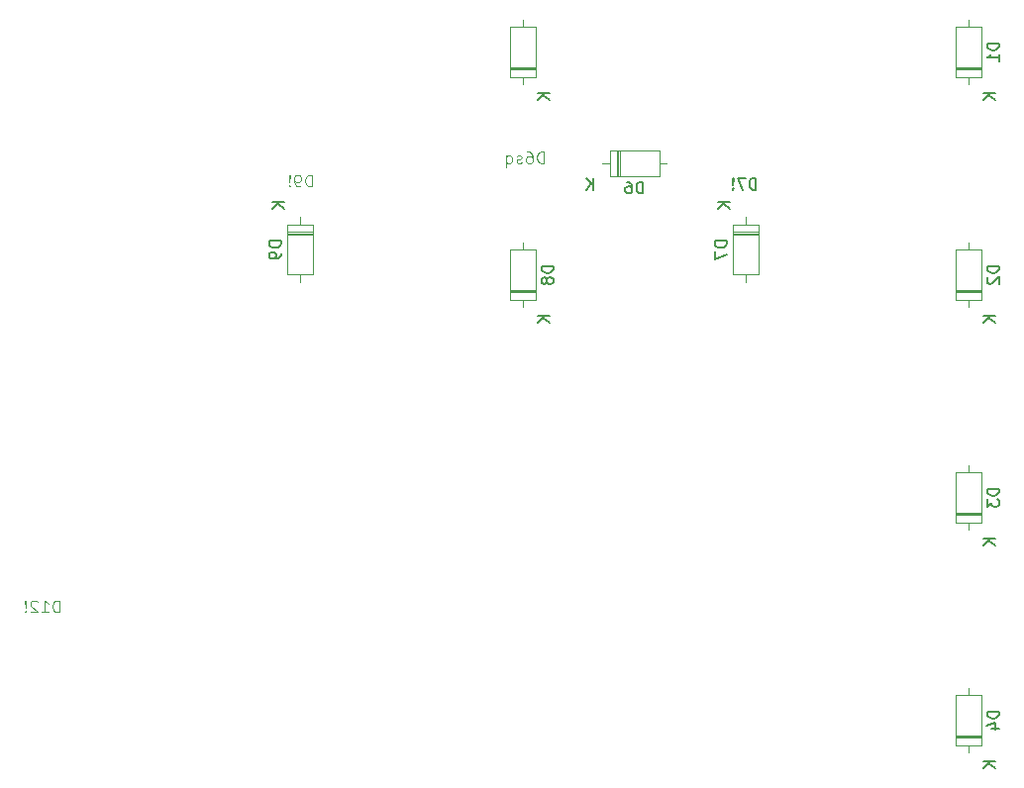
<source format=gbr>
%TF.GenerationSoftware,KiCad,Pcbnew,8.99.0-3401-ge9e4e7a3ff*%
%TF.CreationDate,2025-02-25T13:13:07+01:00*%
%TF.ProjectId,hackpad,6861636b-7061-4642-9e6b-696361645f70,rev?*%
%TF.SameCoordinates,Original*%
%TF.FileFunction,Legend,Bot*%
%TF.FilePolarity,Positive*%
%FSLAX46Y46*%
G04 Gerber Fmt 4.6, Leading zero omitted, Abs format (unit mm)*
G04 Created by KiCad (PCBNEW 8.99.0-3401-ge9e4e7a3ff) date 2025-02-25 13:13:07*
%MOMM*%
%LPD*%
G01*
G04 APERTURE LIST*
%ADD10C,0.100000*%
%ADD11C,0.150000*%
%ADD12C,0.120000*%
G04 APERTURE END LIST*
D10*
X92096115Y-55072419D02*
X92096115Y-54072419D01*
X92096115Y-54072419D02*
X91858020Y-54072419D01*
X91858020Y-54072419D02*
X91715163Y-54120038D01*
X91715163Y-54120038D02*
X91619925Y-54215276D01*
X91619925Y-54215276D02*
X91572306Y-54310514D01*
X91572306Y-54310514D02*
X91524687Y-54500990D01*
X91524687Y-54500990D02*
X91524687Y-54643847D01*
X91524687Y-54643847D02*
X91572306Y-54834323D01*
X91572306Y-54834323D02*
X91619925Y-54929561D01*
X91619925Y-54929561D02*
X91715163Y-55024800D01*
X91715163Y-55024800D02*
X91858020Y-55072419D01*
X91858020Y-55072419D02*
X92096115Y-55072419D01*
X90667544Y-54072419D02*
X90858020Y-54072419D01*
X90858020Y-54072419D02*
X90953258Y-54120038D01*
X90953258Y-54120038D02*
X91000877Y-54167657D01*
X91000877Y-54167657D02*
X91096115Y-54310514D01*
X91096115Y-54310514D02*
X91143734Y-54500990D01*
X91143734Y-54500990D02*
X91143734Y-54881942D01*
X91143734Y-54881942D02*
X91096115Y-54977180D01*
X91096115Y-54977180D02*
X91048496Y-55024800D01*
X91048496Y-55024800D02*
X90953258Y-55072419D01*
X90953258Y-55072419D02*
X90762782Y-55072419D01*
X90762782Y-55072419D02*
X90667544Y-55024800D01*
X90667544Y-55024800D02*
X90619925Y-54977180D01*
X90619925Y-54977180D02*
X90572306Y-54881942D01*
X90572306Y-54881942D02*
X90572306Y-54643847D01*
X90572306Y-54643847D02*
X90619925Y-54548609D01*
X90619925Y-54548609D02*
X90667544Y-54500990D01*
X90667544Y-54500990D02*
X90762782Y-54453371D01*
X90762782Y-54453371D02*
X90953258Y-54453371D01*
X90953258Y-54453371D02*
X91048496Y-54500990D01*
X91048496Y-54500990D02*
X91096115Y-54548609D01*
X91096115Y-54548609D02*
X91143734Y-54643847D01*
X90191353Y-55024800D02*
X90096115Y-55072419D01*
X90096115Y-55072419D02*
X89905639Y-55072419D01*
X89905639Y-55072419D02*
X89810401Y-55024800D01*
X89810401Y-55024800D02*
X89762782Y-54929561D01*
X89762782Y-54929561D02*
X89762782Y-54881942D01*
X89762782Y-54881942D02*
X89810401Y-54786704D01*
X89810401Y-54786704D02*
X89905639Y-54739085D01*
X89905639Y-54739085D02*
X90048496Y-54739085D01*
X90048496Y-54739085D02*
X90143734Y-54691466D01*
X90143734Y-54691466D02*
X90191353Y-54596228D01*
X90191353Y-54596228D02*
X90191353Y-54548609D01*
X90191353Y-54548609D02*
X90143734Y-54453371D01*
X90143734Y-54453371D02*
X90048496Y-54405752D01*
X90048496Y-54405752D02*
X89905639Y-54405752D01*
X89905639Y-54405752D02*
X89810401Y-54453371D01*
X88905639Y-54405752D02*
X88905639Y-55405752D01*
X88905639Y-55024800D02*
X89000877Y-55072419D01*
X89000877Y-55072419D02*
X89191353Y-55072419D01*
X89191353Y-55072419D02*
X89286591Y-55024800D01*
X89286591Y-55024800D02*
X89334210Y-54977180D01*
X89334210Y-54977180D02*
X89381829Y-54881942D01*
X89381829Y-54881942D02*
X89381829Y-54596228D01*
X89381829Y-54596228D02*
X89334210Y-54500990D01*
X89334210Y-54500990D02*
X89286591Y-54453371D01*
X89286591Y-54453371D02*
X89191353Y-54405752D01*
X89191353Y-54405752D02*
X89000877Y-54405752D01*
X89000877Y-54405752D02*
X88905639Y-54453371D01*
X72296115Y-57072419D02*
X72296115Y-56072419D01*
X72296115Y-56072419D02*
X72058020Y-56072419D01*
X72058020Y-56072419D02*
X71915163Y-56120038D01*
X71915163Y-56120038D02*
X71819925Y-56215276D01*
X71819925Y-56215276D02*
X71772306Y-56310514D01*
X71772306Y-56310514D02*
X71724687Y-56500990D01*
X71724687Y-56500990D02*
X71724687Y-56643847D01*
X71724687Y-56643847D02*
X71772306Y-56834323D01*
X71772306Y-56834323D02*
X71819925Y-56929561D01*
X71819925Y-56929561D02*
X71915163Y-57024800D01*
X71915163Y-57024800D02*
X72058020Y-57072419D01*
X72058020Y-57072419D02*
X72296115Y-57072419D01*
X71248496Y-57072419D02*
X71058020Y-57072419D01*
X71058020Y-57072419D02*
X70962782Y-57024800D01*
X70962782Y-57024800D02*
X70915163Y-56977180D01*
X70915163Y-56977180D02*
X70819925Y-56834323D01*
X70819925Y-56834323D02*
X70772306Y-56643847D01*
X70772306Y-56643847D02*
X70772306Y-56262895D01*
X70772306Y-56262895D02*
X70819925Y-56167657D01*
X70819925Y-56167657D02*
X70867544Y-56120038D01*
X70867544Y-56120038D02*
X70962782Y-56072419D01*
X70962782Y-56072419D02*
X71153258Y-56072419D01*
X71153258Y-56072419D02*
X71248496Y-56120038D01*
X71248496Y-56120038D02*
X71296115Y-56167657D01*
X71296115Y-56167657D02*
X71343734Y-56262895D01*
X71343734Y-56262895D02*
X71343734Y-56500990D01*
X71343734Y-56500990D02*
X71296115Y-56596228D01*
X71296115Y-56596228D02*
X71248496Y-56643847D01*
X71248496Y-56643847D02*
X71153258Y-56691466D01*
X71153258Y-56691466D02*
X70962782Y-56691466D01*
X70962782Y-56691466D02*
X70867544Y-56643847D01*
X70867544Y-56643847D02*
X70819925Y-56596228D01*
X70819925Y-56596228D02*
X70772306Y-56500990D01*
X70343734Y-56977180D02*
X70296115Y-57024800D01*
X70296115Y-57024800D02*
X70343734Y-57072419D01*
X70343734Y-57072419D02*
X70391353Y-57024800D01*
X70391353Y-57024800D02*
X70343734Y-56977180D01*
X70343734Y-56977180D02*
X70343734Y-57072419D01*
X70343734Y-56691466D02*
X70391353Y-56120038D01*
X70391353Y-56120038D02*
X70343734Y-56072419D01*
X70343734Y-56072419D02*
X70296115Y-56120038D01*
X70296115Y-56120038D02*
X70343734Y-56691466D01*
X70343734Y-56691466D02*
X70343734Y-56072419D01*
X50696115Y-93472419D02*
X50696115Y-92472419D01*
X50696115Y-92472419D02*
X50458020Y-92472419D01*
X50458020Y-92472419D02*
X50315163Y-92520038D01*
X50315163Y-92520038D02*
X50219925Y-92615276D01*
X50219925Y-92615276D02*
X50172306Y-92710514D01*
X50172306Y-92710514D02*
X50124687Y-92900990D01*
X50124687Y-92900990D02*
X50124687Y-93043847D01*
X50124687Y-93043847D02*
X50172306Y-93234323D01*
X50172306Y-93234323D02*
X50219925Y-93329561D01*
X50219925Y-93329561D02*
X50315163Y-93424800D01*
X50315163Y-93424800D02*
X50458020Y-93472419D01*
X50458020Y-93472419D02*
X50696115Y-93472419D01*
X49172306Y-93472419D02*
X49743734Y-93472419D01*
X49458020Y-93472419D02*
X49458020Y-92472419D01*
X49458020Y-92472419D02*
X49553258Y-92615276D01*
X49553258Y-92615276D02*
X49648496Y-92710514D01*
X49648496Y-92710514D02*
X49743734Y-92758133D01*
X48791353Y-92567657D02*
X48743734Y-92520038D01*
X48743734Y-92520038D02*
X48648496Y-92472419D01*
X48648496Y-92472419D02*
X48410401Y-92472419D01*
X48410401Y-92472419D02*
X48315163Y-92520038D01*
X48315163Y-92520038D02*
X48267544Y-92567657D01*
X48267544Y-92567657D02*
X48219925Y-92662895D01*
X48219925Y-92662895D02*
X48219925Y-92758133D01*
X48219925Y-92758133D02*
X48267544Y-92900990D01*
X48267544Y-92900990D02*
X48838972Y-93472419D01*
X48838972Y-93472419D02*
X48219925Y-93472419D01*
X47791353Y-93377180D02*
X47743734Y-93424800D01*
X47743734Y-93424800D02*
X47791353Y-93472419D01*
X47791353Y-93472419D02*
X47838972Y-93424800D01*
X47838972Y-93424800D02*
X47791353Y-93377180D01*
X47791353Y-93377180D02*
X47791353Y-93472419D01*
X47791353Y-93091466D02*
X47838972Y-92520038D01*
X47838972Y-92520038D02*
X47791353Y-92472419D01*
X47791353Y-92472419D02*
X47743734Y-92520038D01*
X47743734Y-92520038D02*
X47791353Y-93091466D01*
X47791353Y-93091466D02*
X47791353Y-92472419D01*
D11*
X110232620Y-57337313D02*
X110232620Y-56337313D01*
X110232620Y-56337313D02*
X109994525Y-56337313D01*
X109994525Y-56337313D02*
X109851668Y-56384932D01*
X109851668Y-56384932D02*
X109756430Y-56480170D01*
X109756430Y-56480170D02*
X109708811Y-56575408D01*
X109708811Y-56575408D02*
X109661192Y-56765884D01*
X109661192Y-56765884D02*
X109661192Y-56908741D01*
X109661192Y-56908741D02*
X109708811Y-57099217D01*
X109708811Y-57099217D02*
X109756430Y-57194455D01*
X109756430Y-57194455D02*
X109851668Y-57289694D01*
X109851668Y-57289694D02*
X109994525Y-57337313D01*
X109994525Y-57337313D02*
X110232620Y-57337313D01*
X109327858Y-56337313D02*
X108661192Y-56337313D01*
X108661192Y-56337313D02*
X109089763Y-57337313D01*
X108280239Y-57242074D02*
X108232620Y-57289694D01*
X108232620Y-57289694D02*
X108280239Y-57337313D01*
X108280239Y-57337313D02*
X108327858Y-57289694D01*
X108327858Y-57289694D02*
X108280239Y-57242074D01*
X108280239Y-57242074D02*
X108280239Y-57337313D01*
X108280239Y-56956360D02*
X108327858Y-56384932D01*
X108327858Y-56384932D02*
X108280239Y-56337313D01*
X108280239Y-56337313D02*
X108232620Y-56384932D01*
X108232620Y-56384932D02*
X108280239Y-56956360D01*
X108280239Y-56956360D02*
X108280239Y-56337313D01*
X92583577Y-49109329D02*
X91583577Y-49109329D01*
X92583577Y-49680757D02*
X92012148Y-49252186D01*
X91583577Y-49680757D02*
X92155005Y-49109329D01*
X100591860Y-57661061D02*
X100591860Y-56661061D01*
X100591860Y-56661061D02*
X100353765Y-56661061D01*
X100353765Y-56661061D02*
X100210908Y-56708680D01*
X100210908Y-56708680D02*
X100115670Y-56803918D01*
X100115670Y-56803918D02*
X100068051Y-56899156D01*
X100068051Y-56899156D02*
X100020432Y-57089632D01*
X100020432Y-57089632D02*
X100020432Y-57232489D01*
X100020432Y-57232489D02*
X100068051Y-57422965D01*
X100068051Y-57422965D02*
X100115670Y-57518203D01*
X100115670Y-57518203D02*
X100210908Y-57613442D01*
X100210908Y-57613442D02*
X100353765Y-57661061D01*
X100353765Y-57661061D02*
X100591860Y-57661061D01*
X99163289Y-56661061D02*
X99353765Y-56661061D01*
X99353765Y-56661061D02*
X99449003Y-56708680D01*
X99449003Y-56708680D02*
X99496622Y-56756299D01*
X99496622Y-56756299D02*
X99591860Y-56899156D01*
X99591860Y-56899156D02*
X99639479Y-57089632D01*
X99639479Y-57089632D02*
X99639479Y-57470584D01*
X99639479Y-57470584D02*
X99591860Y-57565822D01*
X99591860Y-57565822D02*
X99544241Y-57613442D01*
X99544241Y-57613442D02*
X99449003Y-57661061D01*
X99449003Y-57661061D02*
X99258527Y-57661061D01*
X99258527Y-57661061D02*
X99163289Y-57613442D01*
X99163289Y-57613442D02*
X99115670Y-57565822D01*
X99115670Y-57565822D02*
X99068051Y-57470584D01*
X99068051Y-57470584D02*
X99068051Y-57232489D01*
X99068051Y-57232489D02*
X99115670Y-57137251D01*
X99115670Y-57137251D02*
X99163289Y-57089632D01*
X99163289Y-57089632D02*
X99258527Y-57042013D01*
X99258527Y-57042013D02*
X99449003Y-57042013D01*
X99449003Y-57042013D02*
X99544241Y-57089632D01*
X99544241Y-57089632D02*
X99591860Y-57137251D01*
X99591860Y-57137251D02*
X99639479Y-57232489D01*
X96305670Y-57341061D02*
X96305670Y-56341061D01*
X95734242Y-57341061D02*
X96162813Y-56769632D01*
X95734242Y-56341061D02*
X96305670Y-56912489D01*
X131003609Y-63873155D02*
X130003609Y-63873155D01*
X130003609Y-63873155D02*
X130003609Y-64111250D01*
X130003609Y-64111250D02*
X130051228Y-64254107D01*
X130051228Y-64254107D02*
X130146466Y-64349345D01*
X130146466Y-64349345D02*
X130241704Y-64396964D01*
X130241704Y-64396964D02*
X130432180Y-64444583D01*
X130432180Y-64444583D02*
X130575037Y-64444583D01*
X130575037Y-64444583D02*
X130765513Y-64396964D01*
X130765513Y-64396964D02*
X130860751Y-64349345D01*
X130860751Y-64349345D02*
X130955990Y-64254107D01*
X130955990Y-64254107D02*
X131003609Y-64111250D01*
X131003609Y-64111250D02*
X131003609Y-63873155D01*
X130098847Y-64825536D02*
X130051228Y-64873155D01*
X130051228Y-64873155D02*
X130003609Y-64968393D01*
X130003609Y-64968393D02*
X130003609Y-65206488D01*
X130003609Y-65206488D02*
X130051228Y-65301726D01*
X130051228Y-65301726D02*
X130098847Y-65349345D01*
X130098847Y-65349345D02*
X130194085Y-65396964D01*
X130194085Y-65396964D02*
X130289323Y-65396964D01*
X130289323Y-65396964D02*
X130432180Y-65349345D01*
X130432180Y-65349345D02*
X131003609Y-64777917D01*
X131003609Y-64777917D02*
X131003609Y-65396964D01*
X130683609Y-68159345D02*
X129683609Y-68159345D01*
X130683609Y-68730773D02*
X130112180Y-68302202D01*
X129683609Y-68730773D02*
X130255037Y-68159345D01*
X107713593Y-61730025D02*
X106713593Y-61730025D01*
X106713593Y-61730025D02*
X106713593Y-61968120D01*
X106713593Y-61968120D02*
X106761212Y-62110977D01*
X106761212Y-62110977D02*
X106856450Y-62206215D01*
X106856450Y-62206215D02*
X106951688Y-62253834D01*
X106951688Y-62253834D02*
X107142164Y-62301453D01*
X107142164Y-62301453D02*
X107285021Y-62301453D01*
X107285021Y-62301453D02*
X107475497Y-62253834D01*
X107475497Y-62253834D02*
X107570735Y-62206215D01*
X107570735Y-62206215D02*
X107665974Y-62110977D01*
X107665974Y-62110977D02*
X107713593Y-61968120D01*
X107713593Y-61968120D02*
X107713593Y-61730025D01*
X106713593Y-62634787D02*
X106713593Y-63301453D01*
X106713593Y-63301453D02*
X107713593Y-62872882D01*
X108033593Y-58396215D02*
X107033593Y-58396215D01*
X108033593Y-58967643D02*
X107462164Y-58539072D01*
X107033593Y-58967643D02*
X107605021Y-58396215D01*
X92903577Y-63873155D02*
X91903577Y-63873155D01*
X91903577Y-63873155D02*
X91903577Y-64111250D01*
X91903577Y-64111250D02*
X91951196Y-64254107D01*
X91951196Y-64254107D02*
X92046434Y-64349345D01*
X92046434Y-64349345D02*
X92141672Y-64396964D01*
X92141672Y-64396964D02*
X92332148Y-64444583D01*
X92332148Y-64444583D02*
X92475005Y-64444583D01*
X92475005Y-64444583D02*
X92665481Y-64396964D01*
X92665481Y-64396964D02*
X92760719Y-64349345D01*
X92760719Y-64349345D02*
X92855958Y-64254107D01*
X92855958Y-64254107D02*
X92903577Y-64111250D01*
X92903577Y-64111250D02*
X92903577Y-63873155D01*
X92332148Y-65016012D02*
X92284529Y-64920774D01*
X92284529Y-64920774D02*
X92236910Y-64873155D01*
X92236910Y-64873155D02*
X92141672Y-64825536D01*
X92141672Y-64825536D02*
X92094053Y-64825536D01*
X92094053Y-64825536D02*
X91998815Y-64873155D01*
X91998815Y-64873155D02*
X91951196Y-64920774D01*
X91951196Y-64920774D02*
X91903577Y-65016012D01*
X91903577Y-65016012D02*
X91903577Y-65206488D01*
X91903577Y-65206488D02*
X91951196Y-65301726D01*
X91951196Y-65301726D02*
X91998815Y-65349345D01*
X91998815Y-65349345D02*
X92094053Y-65396964D01*
X92094053Y-65396964D02*
X92141672Y-65396964D01*
X92141672Y-65396964D02*
X92236910Y-65349345D01*
X92236910Y-65349345D02*
X92284529Y-65301726D01*
X92284529Y-65301726D02*
X92332148Y-65206488D01*
X92332148Y-65206488D02*
X92332148Y-65016012D01*
X92332148Y-65016012D02*
X92379767Y-64920774D01*
X92379767Y-64920774D02*
X92427386Y-64873155D01*
X92427386Y-64873155D02*
X92522624Y-64825536D01*
X92522624Y-64825536D02*
X92713100Y-64825536D01*
X92713100Y-64825536D02*
X92808338Y-64873155D01*
X92808338Y-64873155D02*
X92855958Y-64920774D01*
X92855958Y-64920774D02*
X92903577Y-65016012D01*
X92903577Y-65016012D02*
X92903577Y-65206488D01*
X92903577Y-65206488D02*
X92855958Y-65301726D01*
X92855958Y-65301726D02*
X92808338Y-65349345D01*
X92808338Y-65349345D02*
X92713100Y-65396964D01*
X92713100Y-65396964D02*
X92522624Y-65396964D01*
X92522624Y-65396964D02*
X92427386Y-65349345D01*
X92427386Y-65349345D02*
X92379767Y-65301726D01*
X92379767Y-65301726D02*
X92332148Y-65206488D01*
X92583577Y-68159345D02*
X91583577Y-68159345D01*
X92583577Y-68730773D02*
X92012148Y-68302202D01*
X91583577Y-68730773D02*
X92155005Y-68159345D01*
X131003609Y-101973187D02*
X130003609Y-101973187D01*
X130003609Y-101973187D02*
X130003609Y-102211282D01*
X130003609Y-102211282D02*
X130051228Y-102354139D01*
X130051228Y-102354139D02*
X130146466Y-102449377D01*
X130146466Y-102449377D02*
X130241704Y-102496996D01*
X130241704Y-102496996D02*
X130432180Y-102544615D01*
X130432180Y-102544615D02*
X130575037Y-102544615D01*
X130575037Y-102544615D02*
X130765513Y-102496996D01*
X130765513Y-102496996D02*
X130860751Y-102449377D01*
X130860751Y-102449377D02*
X130955990Y-102354139D01*
X130955990Y-102354139D02*
X131003609Y-102211282D01*
X131003609Y-102211282D02*
X131003609Y-101973187D01*
X130336942Y-103401758D02*
X131003609Y-103401758D01*
X129955990Y-103163663D02*
X130670275Y-102925568D01*
X130670275Y-102925568D02*
X130670275Y-103544615D01*
X130683609Y-106259377D02*
X129683609Y-106259377D01*
X130683609Y-106830805D02*
X130112180Y-106402234D01*
X129683609Y-106830805D02*
X130255037Y-106259377D01*
X131003609Y-44823139D02*
X130003609Y-44823139D01*
X130003609Y-44823139D02*
X130003609Y-45061234D01*
X130003609Y-45061234D02*
X130051228Y-45204091D01*
X130051228Y-45204091D02*
X130146466Y-45299329D01*
X130146466Y-45299329D02*
X130241704Y-45346948D01*
X130241704Y-45346948D02*
X130432180Y-45394567D01*
X130432180Y-45394567D02*
X130575037Y-45394567D01*
X130575037Y-45394567D02*
X130765513Y-45346948D01*
X130765513Y-45346948D02*
X130860751Y-45299329D01*
X130860751Y-45299329D02*
X130955990Y-45204091D01*
X130955990Y-45204091D02*
X131003609Y-45061234D01*
X131003609Y-45061234D02*
X131003609Y-44823139D01*
X131003609Y-46346948D02*
X131003609Y-45775520D01*
X131003609Y-46061234D02*
X130003609Y-46061234D01*
X130003609Y-46061234D02*
X130146466Y-45965996D01*
X130146466Y-45965996D02*
X130241704Y-45870758D01*
X130241704Y-45870758D02*
X130289323Y-45775520D01*
X130683609Y-49109329D02*
X129683609Y-49109329D01*
X130683609Y-49680757D02*
X130112180Y-49252186D01*
X129683609Y-49680757D02*
X130255037Y-49109329D01*
X69613561Y-61730025D02*
X68613561Y-61730025D01*
X68613561Y-61730025D02*
X68613561Y-61968120D01*
X68613561Y-61968120D02*
X68661180Y-62110977D01*
X68661180Y-62110977D02*
X68756418Y-62206215D01*
X68756418Y-62206215D02*
X68851656Y-62253834D01*
X68851656Y-62253834D02*
X69042132Y-62301453D01*
X69042132Y-62301453D02*
X69184989Y-62301453D01*
X69184989Y-62301453D02*
X69375465Y-62253834D01*
X69375465Y-62253834D02*
X69470703Y-62206215D01*
X69470703Y-62206215D02*
X69565942Y-62110977D01*
X69565942Y-62110977D02*
X69613561Y-61968120D01*
X69613561Y-61968120D02*
X69613561Y-61730025D01*
X69613561Y-62777644D02*
X69613561Y-62968120D01*
X69613561Y-62968120D02*
X69565942Y-63063358D01*
X69565942Y-63063358D02*
X69518322Y-63110977D01*
X69518322Y-63110977D02*
X69375465Y-63206215D01*
X69375465Y-63206215D02*
X69184989Y-63253834D01*
X69184989Y-63253834D02*
X68804037Y-63253834D01*
X68804037Y-63253834D02*
X68708799Y-63206215D01*
X68708799Y-63206215D02*
X68661180Y-63158596D01*
X68661180Y-63158596D02*
X68613561Y-63063358D01*
X68613561Y-63063358D02*
X68613561Y-62872882D01*
X68613561Y-62872882D02*
X68661180Y-62777644D01*
X68661180Y-62777644D02*
X68708799Y-62730025D01*
X68708799Y-62730025D02*
X68804037Y-62682406D01*
X68804037Y-62682406D02*
X69042132Y-62682406D01*
X69042132Y-62682406D02*
X69137370Y-62730025D01*
X69137370Y-62730025D02*
X69184989Y-62777644D01*
X69184989Y-62777644D02*
X69232608Y-62872882D01*
X69232608Y-62872882D02*
X69232608Y-63063358D01*
X69232608Y-63063358D02*
X69184989Y-63158596D01*
X69184989Y-63158596D02*
X69137370Y-63206215D01*
X69137370Y-63206215D02*
X69042132Y-63253834D01*
X69933561Y-58396215D02*
X68933561Y-58396215D01*
X69933561Y-58967643D02*
X69362132Y-58539072D01*
X68933561Y-58967643D02*
X69504989Y-58396215D01*
X131003609Y-82923171D02*
X130003609Y-82923171D01*
X130003609Y-82923171D02*
X130003609Y-83161266D01*
X130003609Y-83161266D02*
X130051228Y-83304123D01*
X130051228Y-83304123D02*
X130146466Y-83399361D01*
X130146466Y-83399361D02*
X130241704Y-83446980D01*
X130241704Y-83446980D02*
X130432180Y-83494599D01*
X130432180Y-83494599D02*
X130575037Y-83494599D01*
X130575037Y-83494599D02*
X130765513Y-83446980D01*
X130765513Y-83446980D02*
X130860751Y-83399361D01*
X130860751Y-83399361D02*
X130955990Y-83304123D01*
X130955990Y-83304123D02*
X131003609Y-83161266D01*
X131003609Y-83161266D02*
X131003609Y-82923171D01*
X130003609Y-83827933D02*
X130003609Y-84446980D01*
X130003609Y-84446980D02*
X130384561Y-84113647D01*
X130384561Y-84113647D02*
X130384561Y-84256504D01*
X130384561Y-84256504D02*
X130432180Y-84351742D01*
X130432180Y-84351742D02*
X130479799Y-84399361D01*
X130479799Y-84399361D02*
X130575037Y-84446980D01*
X130575037Y-84446980D02*
X130813132Y-84446980D01*
X130813132Y-84446980D02*
X130908370Y-84399361D01*
X130908370Y-84399361D02*
X130955990Y-84351742D01*
X130955990Y-84351742D02*
X131003609Y-84256504D01*
X131003609Y-84256504D02*
X131003609Y-83970790D01*
X131003609Y-83970790D02*
X130955990Y-83875552D01*
X130955990Y-83875552D02*
X130908370Y-83827933D01*
X130683609Y-87209361D02*
X129683609Y-87209361D01*
X130683609Y-87780789D02*
X130112180Y-87352218D01*
X129683609Y-87780789D02*
X130255037Y-87209361D01*
D12*
%TO.C,D5*%
X89208758Y-43441234D02*
X91448758Y-43441234D01*
X89208758Y-47681234D02*
X89208758Y-43441234D01*
X90328758Y-42791234D02*
X90328758Y-43441234D01*
X90328758Y-48331234D02*
X90328758Y-47681234D01*
X91448758Y-43441234D02*
X91448758Y-47681234D01*
X91448758Y-46841234D02*
X89208758Y-46841234D01*
X91448758Y-46961234D02*
X89208758Y-46961234D01*
X91448758Y-47081234D02*
X89208758Y-47081234D01*
X91448758Y-47681234D02*
X89208758Y-47681234D01*
%TO.C,D6*%
X97083766Y-55086242D02*
X97733766Y-55086242D01*
X97733766Y-53966242D02*
X101973766Y-53966242D01*
X97733766Y-56206242D02*
X97733766Y-53966242D01*
X98333766Y-56206242D02*
X98333766Y-53966242D01*
X98453766Y-56206242D02*
X98453766Y-53966242D01*
X98573766Y-56206242D02*
X98573766Y-53966242D01*
X101973766Y-53966242D02*
X101973766Y-56206242D01*
X101973766Y-56206242D02*
X97733766Y-56206242D01*
X102623766Y-55086242D02*
X101973766Y-55086242D01*
%TO.C,D2*%
X127308790Y-62491250D02*
X129548790Y-62491250D01*
X127308790Y-66731250D02*
X127308790Y-62491250D01*
X128428790Y-61841250D02*
X128428790Y-62491250D01*
X128428790Y-67381250D02*
X128428790Y-66731250D01*
X129548790Y-62491250D02*
X129548790Y-66731250D01*
X129548790Y-65891250D02*
X127308790Y-65891250D01*
X129548790Y-66011250D02*
X127308790Y-66011250D01*
X129548790Y-66131250D02*
X127308790Y-66131250D01*
X129548790Y-66731250D02*
X127308790Y-66731250D01*
%TO.C,D7*%
X108258774Y-60348120D02*
X110498774Y-60348120D01*
X108258774Y-60948120D02*
X110498774Y-60948120D01*
X108258774Y-61068120D02*
X110498774Y-61068120D01*
X108258774Y-61188120D02*
X110498774Y-61188120D01*
X108258774Y-64588120D02*
X108258774Y-60348120D01*
X109378774Y-59698120D02*
X109378774Y-60348120D01*
X109378774Y-65238120D02*
X109378774Y-64588120D01*
X110498774Y-60348120D02*
X110498774Y-64588120D01*
X110498774Y-64588120D02*
X108258774Y-64588120D01*
%TO.C,D8*%
X89208758Y-62491250D02*
X91448758Y-62491250D01*
X89208758Y-66731250D02*
X89208758Y-62491250D01*
X90328758Y-61841250D02*
X90328758Y-62491250D01*
X90328758Y-67381250D02*
X90328758Y-66731250D01*
X91448758Y-62491250D02*
X91448758Y-66731250D01*
X91448758Y-65891250D02*
X89208758Y-65891250D01*
X91448758Y-66011250D02*
X89208758Y-66011250D01*
X91448758Y-66131250D02*
X89208758Y-66131250D01*
X91448758Y-66731250D02*
X89208758Y-66731250D01*
%TO.C,D4*%
X127308790Y-100591282D02*
X129548790Y-100591282D01*
X127308790Y-104831282D02*
X127308790Y-100591282D01*
X128428790Y-99941282D02*
X128428790Y-100591282D01*
X128428790Y-105481282D02*
X128428790Y-104831282D01*
X129548790Y-100591282D02*
X129548790Y-104831282D01*
X129548790Y-103991282D02*
X127308790Y-103991282D01*
X129548790Y-104111282D02*
X127308790Y-104111282D01*
X129548790Y-104231282D02*
X127308790Y-104231282D01*
X129548790Y-104831282D02*
X127308790Y-104831282D01*
%TO.C,D1*%
X127308790Y-43441234D02*
X129548790Y-43441234D01*
X127308790Y-47681234D02*
X127308790Y-43441234D01*
X128428790Y-42791234D02*
X128428790Y-43441234D01*
X128428790Y-48331234D02*
X128428790Y-47681234D01*
X129548790Y-43441234D02*
X129548790Y-47681234D01*
X129548790Y-46841234D02*
X127308790Y-46841234D01*
X129548790Y-46961234D02*
X127308790Y-46961234D01*
X129548790Y-47081234D02*
X127308790Y-47081234D01*
X129548790Y-47681234D02*
X127308790Y-47681234D01*
%TO.C,D9*%
X70158742Y-60348120D02*
X72398742Y-60348120D01*
X70158742Y-60948120D02*
X72398742Y-60948120D01*
X70158742Y-61068120D02*
X72398742Y-61068120D01*
X70158742Y-61188120D02*
X72398742Y-61188120D01*
X70158742Y-64588120D02*
X70158742Y-60348120D01*
X71278742Y-59698120D02*
X71278742Y-60348120D01*
X71278742Y-65238120D02*
X71278742Y-64588120D01*
X72398742Y-60348120D02*
X72398742Y-64588120D01*
X72398742Y-64588120D02*
X70158742Y-64588120D01*
%TO.C,D3*%
X127308790Y-81541266D02*
X129548790Y-81541266D01*
X127308790Y-85781266D02*
X127308790Y-81541266D01*
X128428790Y-80891266D02*
X128428790Y-81541266D01*
X128428790Y-86431266D02*
X128428790Y-85781266D01*
X129548790Y-81541266D02*
X129548790Y-85781266D01*
X129548790Y-84941266D02*
X127308790Y-84941266D01*
X129548790Y-85061266D02*
X127308790Y-85061266D01*
X129548790Y-85181266D02*
X127308790Y-85181266D01*
X129548790Y-85781266D02*
X127308790Y-85781266D01*
%TD*%
M02*

</source>
